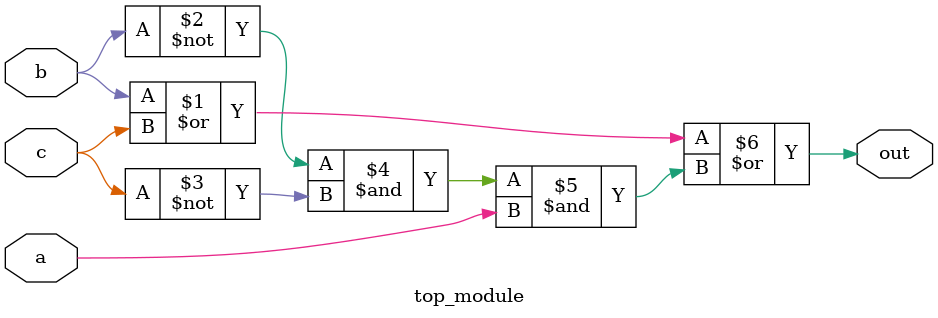
<source format=sv>
module top_module(
    input a, 
    input b,
    input c,
    output out
);

    assign out = b | c | (~b & ~c & a);

endmodule

</source>
